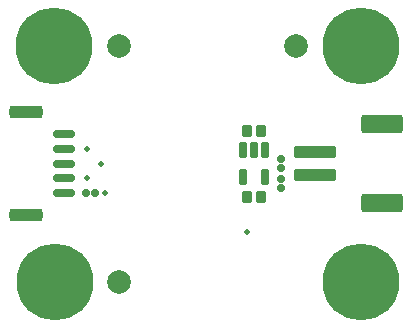
<source format=gbr>
%TF.GenerationSoftware,KiCad,Pcbnew,8.0.8+1*%
%TF.CreationDate,Date%
%TF.ProjectId,KiBot_Project_Test,4b69426f-745f-4507-926f-6a6563745f54,+ (Unreleased)*%
%TF.SameCoordinates,Original*%
%TF.FileFunction,Soldermask,Bot*%
%TF.FilePolarity,Negative*%
%FSLAX46Y46*%
G04 Gerber Fmt 4.6, Leading zero omitted, Abs format (unit mm)*
G04 Created by KiCad*
%MOMM*%
%LPD*%
G01*
G04 APERTURE LIST*
G04 Aperture macros list*
%AMRoundRect*
0 Rectangle with rounded corners*
0 $1 Rounding radius*
0 $2 $3 $4 $5 $6 $7 $8 $9 X,Y pos of 4 corners*
0 Add a 4 corners polygon primitive as box body*
4,1,4,$2,$3,$4,$5,$6,$7,$8,$9,$2,$3,0*
0 Add four circle primitives for the rounded corners*
1,1,$1+$1,$2,$3*
1,1,$1+$1,$4,$5*
1,1,$1+$1,$6,$7*
1,1,$1+$1,$8,$9*
0 Add four rect primitives between the rounded corners*
20,1,$1+$1,$2,$3,$4,$5,0*
20,1,$1+$1,$4,$5,$6,$7,0*
20,1,$1+$1,$6,$7,$8,$9,0*
20,1,$1+$1,$8,$9,$2,$3,0*%
G04 Aperture macros list end*
%ADD10C,6.500000*%
%ADD11C,2.000000*%
%ADD12C,0.499800*%
%ADD13RoundRect,0.275000X-1.525000X0.275000X-1.525000X-0.275000X1.525000X-0.275000X1.525000X0.275000X0*%
%ADD14RoundRect,0.266667X-1.483333X0.533333X-1.483333X-0.533333X1.483333X-0.533333X1.483333X0.533333X0*%
%ADD15RoundRect,0.212500X-0.212500X-0.287500X0.212500X-0.287500X0.212500X0.287500X-0.212500X0.287500X0*%
%ADD16RoundRect,0.175000X0.725000X-0.175000X0.725000X0.175000X-0.725000X0.175000X-0.725000X-0.175000X0*%
%ADD17RoundRect,0.275000X1.125000X-0.275000X1.125000X0.275000X-1.125000X0.275000X-1.125000X-0.275000X0*%
%ADD18RoundRect,0.155000X-0.155000X0.155000X-0.155000X-0.155000X0.155000X-0.155000X0.155000X0.155000X0*%
%ADD19RoundRect,0.155000X0.155000X-0.155000X0.155000X0.155000X-0.155000X0.155000X-0.155000X-0.155000X0*%
%ADD20RoundRect,0.155000X-0.155000X-0.155000X0.155000X-0.155000X0.155000X0.155000X-0.155000X0.155000X0*%
%ADD21RoundRect,0.175000X-0.175000X0.537500X-0.175000X-0.537500X0.175000X-0.537500X0.175000X0.537500X0*%
G04 APERTURE END LIST*
D10*
%TO.C,H3*%
X161500000Y-79250000D03*
%TD*%
%TO.C,H4*%
X135500000Y-79250000D03*
%TD*%
%TO.C,H2*%
X161500000Y-99250000D03*
%TD*%
%TO.C,H1*%
X135600000Y-99250000D03*
%TD*%
D11*
%TO.C,FD5*%
X141000000Y-79250000D03*
%TD*%
%TO.C,FD4*%
X156000000Y-79250000D03*
%TD*%
D12*
%TO.C,TP8*%
X151800000Y-95050000D03*
%TD*%
%TO.C,TP7*%
X138250000Y-88000000D03*
%TD*%
%TO.C,TP9*%
X139800000Y-91750000D03*
%TD*%
D13*
%TO.C,J2*%
X157550000Y-88250000D03*
X157550000Y-90250000D03*
D14*
X163300000Y-85900000D03*
X163300000Y-92600000D03*
%TD*%
D15*
%TO.C,C18*%
X151800000Y-92050000D03*
X153000000Y-92050000D03*
%TD*%
D16*
%TO.C,J1*%
X136350000Y-91750000D03*
X136350000Y-90500000D03*
X136350000Y-89250000D03*
X136350000Y-88000000D03*
X136350000Y-86750000D03*
D17*
X133150000Y-93600000D03*
X133150000Y-84900000D03*
%TD*%
D18*
%TO.C,C15*%
X154700000Y-88850000D03*
X154700000Y-89650000D03*
%TD*%
D19*
%TO.C,C17*%
X154700000Y-91350000D03*
X154700000Y-90550000D03*
%TD*%
D12*
%TO.C,TP5*%
X138250000Y-90500000D03*
%TD*%
D15*
%TO.C,C16*%
X151800000Y-86450000D03*
X153000000Y-86450000D03*
%TD*%
D20*
%TO.C,C14*%
X138200000Y-91750000D03*
X139000000Y-91750000D03*
%TD*%
D21*
%TO.C,U4*%
X151450000Y-88112500D03*
X152400000Y-88112500D03*
X153350000Y-88112500D03*
X153350000Y-90387500D03*
X151450000Y-90387500D03*
%TD*%
D11*
%TO.C,FD6*%
X141000000Y-99250000D03*
%TD*%
D12*
%TO.C,TP6*%
X139500000Y-89250000D03*
%TD*%
M02*

</source>
